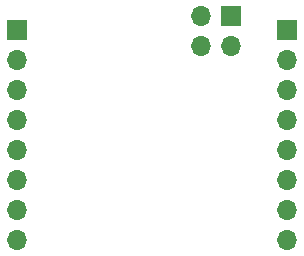
<source format=gbs>
G04 #@! TF.GenerationSoftware,KiCad,Pcbnew,7.0.1*
G04 #@! TF.CreationDate,2023-10-25T21:17:39+02:00*
G04 #@! TF.ProjectId,canfd_breakout,63616e66-645f-4627-9265-616b6f75742e,rev?*
G04 #@! TF.SameCoordinates,Original*
G04 #@! TF.FileFunction,Soldermask,Bot*
G04 #@! TF.FilePolarity,Negative*
%FSLAX46Y46*%
G04 Gerber Fmt 4.6, Leading zero omitted, Abs format (unit mm)*
G04 Created by KiCad (PCBNEW 7.0.1) date 2023-10-25 21:17:39*
%MOMM*%
%LPD*%
G01*
G04 APERTURE LIST*
%ADD10R,1.700000X1.700000*%
%ADD11O,1.700000X1.700000*%
G04 APERTURE END LIST*
D10*
X122860000Y-100000000D03*
D11*
X122860000Y-102540000D03*
X122860000Y-105080000D03*
X122860000Y-107620000D03*
X122860000Y-110160000D03*
X122860000Y-112700000D03*
X122860000Y-115240000D03*
X122860000Y-117780000D03*
D10*
X100000000Y-100000000D03*
D11*
X100000000Y-102540000D03*
X100000000Y-105080000D03*
X100000000Y-107620000D03*
X100000000Y-110160000D03*
X100000000Y-112700000D03*
X100000000Y-115240000D03*
X100000000Y-117780000D03*
X115570000Y-101346000D03*
X115570000Y-98806000D03*
X118110000Y-101346000D03*
D10*
X118110000Y-98806000D03*
M02*

</source>
